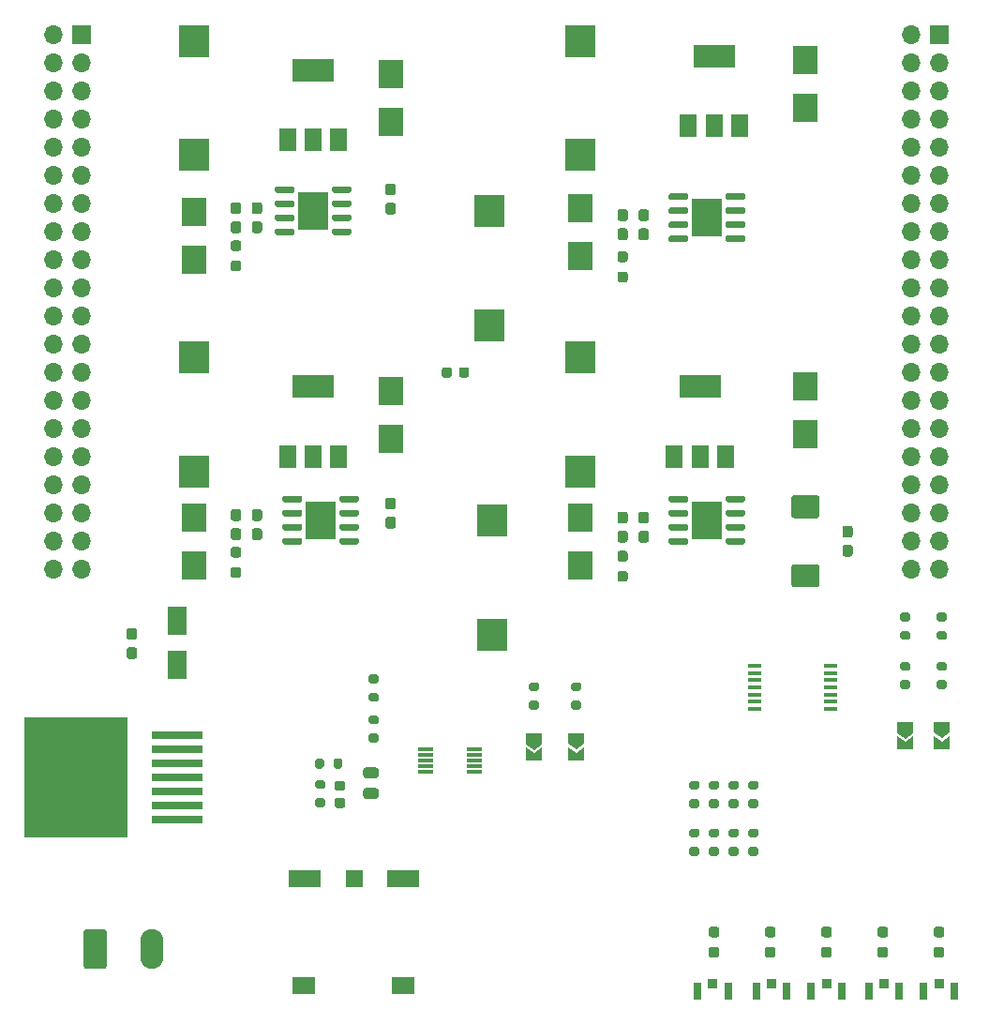
<source format=gts>
%TF.GenerationSoftware,KiCad,Pcbnew,5.1.9+dfsg1-1*%
%TF.CreationDate,2021-04-28T20:37:39+02:00*%
%TF.ProjectId,Power_Board-2021,506f7765-725f-4426-9f61-72642d323032,rev?*%
%TF.SameCoordinates,Original*%
%TF.FileFunction,Soldermask,Top*%
%TF.FilePolarity,Negative*%
%FSLAX46Y46*%
G04 Gerber Fmt 4.6, Leading zero omitted, Abs format (unit mm)*
G04 Created by KiCad (PCBNEW 5.1.9+dfsg1-1) date 2021-04-28 20:37:39*
%MOMM*%
%LPD*%
G01*
G04 APERTURE LIST*
%ADD10R,4.600000X0.800000*%
%ADD11R,9.400000X10.800000*%
%ADD12C,0.100000*%
%ADD13R,1.400000X0.300000*%
%ADD14R,1.200000X0.400000*%
%ADD15R,2.300000X2.500000*%
%ADD16R,1.800000X2.500000*%
%ADD17R,3.800000X2.000000*%
%ADD18R,1.500000X2.000000*%
%ADD19R,2.710000X3.400000*%
%ADD20R,2.800000X3.000000*%
%ADD21O,2.080000X3.600000*%
%ADD22R,0.750000X1.500000*%
%ADD23R,0.900000X0.900000*%
%ADD24R,1.700000X1.700000*%
%ADD25O,1.700000X1.700000*%
%ADD26R,3.000000X1.524000*%
%ADD27R,1.524000X1.524000*%
%ADD28R,2.000000X1.524000*%
G04 APERTURE END LIST*
%TO.C,R7*%
G36*
G01*
X200935000Y-139783000D02*
X200385000Y-139783000D01*
G75*
G02*
X200185000Y-139583000I0J200000D01*
G01*
X200185000Y-139183000D01*
G75*
G02*
X200385000Y-138983000I200000J0D01*
G01*
X200935000Y-138983000D01*
G75*
G02*
X201135000Y-139183000I0J-200000D01*
G01*
X201135000Y-139583000D01*
G75*
G02*
X200935000Y-139783000I-200000J0D01*
G01*
G37*
G36*
G01*
X200935000Y-141433000D02*
X200385000Y-141433000D01*
G75*
G02*
X200185000Y-141233000I0J200000D01*
G01*
X200185000Y-140833000D01*
G75*
G02*
X200385000Y-140633000I200000J0D01*
G01*
X200935000Y-140633000D01*
G75*
G02*
X201135000Y-140833000I0J-200000D01*
G01*
X201135000Y-141233000D01*
G75*
G02*
X200935000Y-141433000I-200000J0D01*
G01*
G37*
%TD*%
%TO.C,R15*%
G36*
G01*
X187939000Y-127425000D02*
X188489000Y-127425000D01*
G75*
G02*
X188689000Y-127625000I0J-200000D01*
G01*
X188689000Y-128025000D01*
G75*
G02*
X188489000Y-128225000I-200000J0D01*
G01*
X187939000Y-128225000D01*
G75*
G02*
X187739000Y-128025000I0J200000D01*
G01*
X187739000Y-127625000D01*
G75*
G02*
X187939000Y-127425000I200000J0D01*
G01*
G37*
G36*
G01*
X187939000Y-125775000D02*
X188489000Y-125775000D01*
G75*
G02*
X188689000Y-125975000I0J-200000D01*
G01*
X188689000Y-126375000D01*
G75*
G02*
X188489000Y-126575000I-200000J0D01*
G01*
X187939000Y-126575000D01*
G75*
G02*
X187739000Y-126375000I0J200000D01*
G01*
X187739000Y-125975000D01*
G75*
G02*
X187939000Y-125775000I200000J0D01*
G01*
G37*
%TD*%
%TO.C,C2001*%
G36*
G01*
X176980000Y-97540000D02*
X176980000Y-98040000D01*
G75*
G02*
X176755000Y-98265000I-225000J0D01*
G01*
X176305000Y-98265000D01*
G75*
G02*
X176080000Y-98040000I0J225000D01*
G01*
X176080000Y-97540000D01*
G75*
G02*
X176305000Y-97315000I225000J0D01*
G01*
X176755000Y-97315000D01*
G75*
G02*
X176980000Y-97540000I0J-225000D01*
G01*
G37*
G36*
G01*
X178530000Y-97540000D02*
X178530000Y-98040000D01*
G75*
G02*
X178305000Y-98265000I-225000J0D01*
G01*
X177855000Y-98265000D01*
G75*
G02*
X177630000Y-98040000I0J225000D01*
G01*
X177630000Y-97540000D01*
G75*
G02*
X177855000Y-97315000I225000J0D01*
G01*
X178305000Y-97315000D01*
G75*
G02*
X178530000Y-97540000I0J-225000D01*
G01*
G37*
%TD*%
D10*
%TO.C,U1*%
X152152000Y-138176000D03*
X152152000Y-136906000D03*
X152152000Y-135636000D03*
X152152000Y-134366000D03*
X152152000Y-133096000D03*
X152152000Y-131826000D03*
X152152000Y-130556000D03*
D11*
X143002000Y-134366000D03*
%TD*%
%TO.C,R14*%
G36*
G01*
X217657000Y-123934000D02*
X218207000Y-123934000D01*
G75*
G02*
X218407000Y-124134000I0J-200000D01*
G01*
X218407000Y-124534000D01*
G75*
G02*
X218207000Y-124734000I-200000J0D01*
G01*
X217657000Y-124734000D01*
G75*
G02*
X217457000Y-124534000I0J200000D01*
G01*
X217457000Y-124134000D01*
G75*
G02*
X217657000Y-123934000I200000J0D01*
G01*
G37*
G36*
G01*
X217657000Y-125584000D02*
X218207000Y-125584000D01*
G75*
G02*
X218407000Y-125784000I0J-200000D01*
G01*
X218407000Y-126184000D01*
G75*
G02*
X218207000Y-126384000I-200000J0D01*
G01*
X217657000Y-126384000D01*
G75*
G02*
X217457000Y-126184000I0J200000D01*
G01*
X217457000Y-125784000D01*
G75*
G02*
X217657000Y-125584000I200000J0D01*
G01*
G37*
%TD*%
%TO.C,R12*%
G36*
G01*
X169651000Y-128760000D02*
X170201000Y-128760000D01*
G75*
G02*
X170401000Y-128960000I0J-200000D01*
G01*
X170401000Y-129360000D01*
G75*
G02*
X170201000Y-129560000I-200000J0D01*
G01*
X169651000Y-129560000D01*
G75*
G02*
X169451000Y-129360000I0J200000D01*
G01*
X169451000Y-128960000D01*
G75*
G02*
X169651000Y-128760000I200000J0D01*
G01*
G37*
G36*
G01*
X169651000Y-130410000D02*
X170201000Y-130410000D01*
G75*
G02*
X170401000Y-130610000I0J-200000D01*
G01*
X170401000Y-131010000D01*
G75*
G02*
X170201000Y-131210000I-200000J0D01*
G01*
X169651000Y-131210000D01*
G75*
G02*
X169451000Y-131010000I0J200000D01*
G01*
X169451000Y-130610000D01*
G75*
G02*
X169651000Y-130410000I200000J0D01*
G01*
G37*
%TD*%
%TO.C,R3*%
G36*
G01*
X204491000Y-139783000D02*
X203941000Y-139783000D01*
G75*
G02*
X203741000Y-139583000I0J200000D01*
G01*
X203741000Y-139183000D01*
G75*
G02*
X203941000Y-138983000I200000J0D01*
G01*
X204491000Y-138983000D01*
G75*
G02*
X204691000Y-139183000I0J-200000D01*
G01*
X204691000Y-139583000D01*
G75*
G02*
X204491000Y-139783000I-200000J0D01*
G01*
G37*
G36*
G01*
X204491000Y-141433000D02*
X203941000Y-141433000D01*
G75*
G02*
X203741000Y-141233000I0J200000D01*
G01*
X203741000Y-140833000D01*
G75*
G02*
X203941000Y-140633000I200000J0D01*
G01*
X204491000Y-140633000D01*
G75*
G02*
X204691000Y-140833000I0J-200000D01*
G01*
X204691000Y-141233000D01*
G75*
G02*
X204491000Y-141433000I-200000J0D01*
G01*
G37*
%TD*%
D12*
%TO.C,JP3*%
G36*
X188214000Y-131847000D02*
G01*
X187464000Y-131347000D01*
X187464000Y-130347000D01*
X188964000Y-130347000D01*
X188964000Y-131347000D01*
X188214000Y-131847000D01*
G37*
G36*
X187464000Y-132797000D02*
G01*
X187464000Y-131647000D01*
X188214000Y-132147000D01*
X188964000Y-131647000D01*
X188964000Y-132797000D01*
X187464000Y-132797000D01*
G37*
%TD*%
%TO.C,JP1*%
G36*
X183654000Y-132834000D02*
G01*
X183654000Y-131684000D01*
X184404000Y-132184000D01*
X185154000Y-131684000D01*
X185154000Y-132834000D01*
X183654000Y-132834000D01*
G37*
G36*
X184404000Y-131884000D02*
G01*
X183654000Y-131384000D01*
X183654000Y-130384000D01*
X185154000Y-130384000D01*
X185154000Y-131384000D01*
X184404000Y-131884000D01*
G37*
%TD*%
%TO.C,JP2*%
G36*
X217932000Y-130868000D02*
G01*
X217182000Y-130368000D01*
X217182000Y-129368000D01*
X218682000Y-129368000D01*
X218682000Y-130368000D01*
X217932000Y-130868000D01*
G37*
G36*
X217182000Y-131818000D02*
G01*
X217182000Y-130668000D01*
X217932000Y-131168000D01*
X218682000Y-130668000D01*
X218682000Y-131818000D01*
X217182000Y-131818000D01*
G37*
%TD*%
%TO.C,R4*%
G36*
G01*
X204491000Y-135465000D02*
X203941000Y-135465000D01*
G75*
G02*
X203741000Y-135265000I0J200000D01*
G01*
X203741000Y-134865000D01*
G75*
G02*
X203941000Y-134665000I200000J0D01*
G01*
X204491000Y-134665000D01*
G75*
G02*
X204691000Y-134865000I0J-200000D01*
G01*
X204691000Y-135265000D01*
G75*
G02*
X204491000Y-135465000I-200000J0D01*
G01*
G37*
G36*
G01*
X204491000Y-137115000D02*
X203941000Y-137115000D01*
G75*
G02*
X203741000Y-136915000I0J200000D01*
G01*
X203741000Y-136515000D01*
G75*
G02*
X203941000Y-136315000I200000J0D01*
G01*
X204491000Y-136315000D01*
G75*
G02*
X204691000Y-136515000I0J-200000D01*
G01*
X204691000Y-136915000D01*
G75*
G02*
X204491000Y-137115000I-200000J0D01*
G01*
G37*
%TD*%
%TO.C,R2*%
G36*
G01*
X165437000Y-132821000D02*
X165437000Y-133371000D01*
G75*
G02*
X165237000Y-133571000I-200000J0D01*
G01*
X164837000Y-133571000D01*
G75*
G02*
X164637000Y-133371000I0J200000D01*
G01*
X164637000Y-132821000D01*
G75*
G02*
X164837000Y-132621000I200000J0D01*
G01*
X165237000Y-132621000D01*
G75*
G02*
X165437000Y-132821000I0J-200000D01*
G01*
G37*
G36*
G01*
X167087000Y-132821000D02*
X167087000Y-133371000D01*
G75*
G02*
X166887000Y-133571000I-200000J0D01*
G01*
X166487000Y-133571000D01*
G75*
G02*
X166287000Y-133371000I0J200000D01*
G01*
X166287000Y-132821000D01*
G75*
G02*
X166487000Y-132621000I200000J0D01*
G01*
X166887000Y-132621000D01*
G75*
G02*
X167087000Y-132821000I0J-200000D01*
G01*
G37*
%TD*%
%TO.C,R5*%
G36*
G01*
X202713000Y-139783000D02*
X202163000Y-139783000D01*
G75*
G02*
X201963000Y-139583000I0J200000D01*
G01*
X201963000Y-139183000D01*
G75*
G02*
X202163000Y-138983000I200000J0D01*
G01*
X202713000Y-138983000D01*
G75*
G02*
X202913000Y-139183000I0J-200000D01*
G01*
X202913000Y-139583000D01*
G75*
G02*
X202713000Y-139783000I-200000J0D01*
G01*
G37*
G36*
G01*
X202713000Y-141433000D02*
X202163000Y-141433000D01*
G75*
G02*
X201963000Y-141233000I0J200000D01*
G01*
X201963000Y-140833000D01*
G75*
G02*
X202163000Y-140633000I200000J0D01*
G01*
X202713000Y-140633000D01*
G75*
G02*
X202913000Y-140833000I0J-200000D01*
G01*
X202913000Y-141233000D01*
G75*
G02*
X202713000Y-141433000I-200000J0D01*
G01*
G37*
%TD*%
%TO.C,R1*%
G36*
G01*
X164825000Y-134602000D02*
X165375000Y-134602000D01*
G75*
G02*
X165575000Y-134802000I0J-200000D01*
G01*
X165575000Y-135202000D01*
G75*
G02*
X165375000Y-135402000I-200000J0D01*
G01*
X164825000Y-135402000D01*
G75*
G02*
X164625000Y-135202000I0J200000D01*
G01*
X164625000Y-134802000D01*
G75*
G02*
X164825000Y-134602000I200000J0D01*
G01*
G37*
G36*
G01*
X164825000Y-136252000D02*
X165375000Y-136252000D01*
G75*
G02*
X165575000Y-136452000I0J-200000D01*
G01*
X165575000Y-136852000D01*
G75*
G02*
X165375000Y-137052000I-200000J0D01*
G01*
X164825000Y-137052000D01*
G75*
G02*
X164625000Y-136852000I0J200000D01*
G01*
X164625000Y-136452000D01*
G75*
G02*
X164825000Y-136252000I200000J0D01*
G01*
G37*
%TD*%
D13*
%TO.C,U2*%
X174584000Y-131842000D03*
X174584000Y-132342000D03*
X174584000Y-132842000D03*
X174584000Y-133342000D03*
X174584000Y-133842000D03*
X178984000Y-133842000D03*
X178984000Y-133342000D03*
X178984000Y-132842000D03*
X178984000Y-132342000D03*
X178984000Y-131842000D03*
%TD*%
%TO.C,R13*%
G36*
G01*
X184129000Y-125775000D02*
X184679000Y-125775000D01*
G75*
G02*
X184879000Y-125975000I0J-200000D01*
G01*
X184879000Y-126375000D01*
G75*
G02*
X184679000Y-126575000I-200000J0D01*
G01*
X184129000Y-126575000D01*
G75*
G02*
X183929000Y-126375000I0J200000D01*
G01*
X183929000Y-125975000D01*
G75*
G02*
X184129000Y-125775000I200000J0D01*
G01*
G37*
G36*
G01*
X184129000Y-127425000D02*
X184679000Y-127425000D01*
G75*
G02*
X184879000Y-127625000I0J-200000D01*
G01*
X184879000Y-128025000D01*
G75*
G02*
X184679000Y-128225000I-200000J0D01*
G01*
X184129000Y-128225000D01*
G75*
G02*
X183929000Y-128025000I0J200000D01*
G01*
X183929000Y-127625000D01*
G75*
G02*
X184129000Y-127425000I200000J0D01*
G01*
G37*
%TD*%
%TO.C,R10*%
G36*
G01*
X199157000Y-137115000D02*
X198607000Y-137115000D01*
G75*
G02*
X198407000Y-136915000I0J200000D01*
G01*
X198407000Y-136515000D01*
G75*
G02*
X198607000Y-136315000I200000J0D01*
G01*
X199157000Y-136315000D01*
G75*
G02*
X199357000Y-136515000I0J-200000D01*
G01*
X199357000Y-136915000D01*
G75*
G02*
X199157000Y-137115000I-200000J0D01*
G01*
G37*
G36*
G01*
X199157000Y-135465000D02*
X198607000Y-135465000D01*
G75*
G02*
X198407000Y-135265000I0J200000D01*
G01*
X198407000Y-134865000D01*
G75*
G02*
X198607000Y-134665000I200000J0D01*
G01*
X199157000Y-134665000D01*
G75*
G02*
X199357000Y-134865000I0J-200000D01*
G01*
X199357000Y-135265000D01*
G75*
G02*
X199157000Y-135465000I-200000J0D01*
G01*
G37*
%TD*%
%TO.C,R8*%
G36*
G01*
X200935000Y-137115000D02*
X200385000Y-137115000D01*
G75*
G02*
X200185000Y-136915000I0J200000D01*
G01*
X200185000Y-136515000D01*
G75*
G02*
X200385000Y-136315000I200000J0D01*
G01*
X200935000Y-136315000D01*
G75*
G02*
X201135000Y-136515000I0J-200000D01*
G01*
X201135000Y-136915000D01*
G75*
G02*
X200935000Y-137115000I-200000J0D01*
G01*
G37*
G36*
G01*
X200935000Y-135465000D02*
X200385000Y-135465000D01*
G75*
G02*
X200185000Y-135265000I0J200000D01*
G01*
X200185000Y-134865000D01*
G75*
G02*
X200385000Y-134665000I200000J0D01*
G01*
X200935000Y-134665000D01*
G75*
G02*
X201135000Y-134865000I0J-200000D01*
G01*
X201135000Y-135265000D01*
G75*
G02*
X200935000Y-135465000I-200000J0D01*
G01*
G37*
%TD*%
D12*
%TO.C,e1*%
G36*
X220484000Y-131781000D02*
G01*
X220484000Y-130631000D01*
X221234000Y-131131000D01*
X221984000Y-130631000D01*
X221984000Y-131781000D01*
X220484000Y-131781000D01*
G37*
G36*
X221234000Y-130831000D02*
G01*
X220484000Y-130331000D01*
X220484000Y-129331000D01*
X221984000Y-129331000D01*
X221984000Y-130331000D01*
X221234000Y-130831000D01*
G37*
%TD*%
%TO.C,R6*%
G36*
G01*
X202713000Y-137115000D02*
X202163000Y-137115000D01*
G75*
G02*
X201963000Y-136915000I0J200000D01*
G01*
X201963000Y-136515000D01*
G75*
G02*
X202163000Y-136315000I200000J0D01*
G01*
X202713000Y-136315000D01*
G75*
G02*
X202913000Y-136515000I0J-200000D01*
G01*
X202913000Y-136915000D01*
G75*
G02*
X202713000Y-137115000I-200000J0D01*
G01*
G37*
G36*
G01*
X202713000Y-135465000D02*
X202163000Y-135465000D01*
G75*
G02*
X201963000Y-135265000I0J200000D01*
G01*
X201963000Y-134865000D01*
G75*
G02*
X202163000Y-134665000I200000J0D01*
G01*
X202713000Y-134665000D01*
G75*
G02*
X202913000Y-134865000I0J-200000D01*
G01*
X202913000Y-135265000D01*
G75*
G02*
X202713000Y-135465000I-200000J0D01*
G01*
G37*
%TD*%
D14*
%TO.C,U3*%
X204322000Y-124288000D03*
X204322000Y-124938000D03*
X204322000Y-125588000D03*
X204322000Y-126238000D03*
X204322000Y-126888000D03*
X204322000Y-127538000D03*
X204322000Y-128188000D03*
X211222000Y-128188000D03*
X211222000Y-127538000D03*
X211222000Y-126888000D03*
X211222000Y-126238000D03*
X211222000Y-125588000D03*
X211222000Y-124938000D03*
X211222000Y-124288000D03*
%TD*%
%TO.C,R16*%
G36*
G01*
X220959000Y-123934000D02*
X221509000Y-123934000D01*
G75*
G02*
X221709000Y-124134000I0J-200000D01*
G01*
X221709000Y-124534000D01*
G75*
G02*
X221509000Y-124734000I-200000J0D01*
G01*
X220959000Y-124734000D01*
G75*
G02*
X220759000Y-124534000I0J200000D01*
G01*
X220759000Y-124134000D01*
G75*
G02*
X220959000Y-123934000I200000J0D01*
G01*
G37*
G36*
G01*
X220959000Y-125584000D02*
X221509000Y-125584000D01*
G75*
G02*
X221709000Y-125784000I0J-200000D01*
G01*
X221709000Y-126184000D01*
G75*
G02*
X221509000Y-126384000I-200000J0D01*
G01*
X220959000Y-126384000D01*
G75*
G02*
X220759000Y-126184000I0J200000D01*
G01*
X220759000Y-125784000D01*
G75*
G02*
X220959000Y-125584000I200000J0D01*
G01*
G37*
%TD*%
%TO.C,C1*%
G36*
G01*
X167128000Y-137115000D02*
X166628000Y-137115000D01*
G75*
G02*
X166403000Y-136890000I0J225000D01*
G01*
X166403000Y-136440000D01*
G75*
G02*
X166628000Y-136215000I225000J0D01*
G01*
X167128000Y-136215000D01*
G75*
G02*
X167353000Y-136440000I0J-225000D01*
G01*
X167353000Y-136890000D01*
G75*
G02*
X167128000Y-137115000I-225000J0D01*
G01*
G37*
G36*
G01*
X167128000Y-135565000D02*
X166628000Y-135565000D01*
G75*
G02*
X166403000Y-135340000I0J225000D01*
G01*
X166403000Y-134890000D01*
G75*
G02*
X166628000Y-134665000I225000J0D01*
G01*
X167128000Y-134665000D01*
G75*
G02*
X167353000Y-134890000I0J-225000D01*
G01*
X167353000Y-135340000D01*
G75*
G02*
X167128000Y-135565000I-225000J0D01*
G01*
G37*
%TD*%
%TO.C,R11*%
G36*
G01*
X170201000Y-125876000D02*
X169651000Y-125876000D01*
G75*
G02*
X169451000Y-125676000I0J200000D01*
G01*
X169451000Y-125276000D01*
G75*
G02*
X169651000Y-125076000I200000J0D01*
G01*
X170201000Y-125076000D01*
G75*
G02*
X170401000Y-125276000I0J-200000D01*
G01*
X170401000Y-125676000D01*
G75*
G02*
X170201000Y-125876000I-200000J0D01*
G01*
G37*
G36*
G01*
X170201000Y-127526000D02*
X169651000Y-127526000D01*
G75*
G02*
X169451000Y-127326000I0J200000D01*
G01*
X169451000Y-126926000D01*
G75*
G02*
X169651000Y-126726000I200000J0D01*
G01*
X170201000Y-126726000D01*
G75*
G02*
X170401000Y-126926000I0J-200000D01*
G01*
X170401000Y-127326000D01*
G75*
G02*
X170201000Y-127526000I-200000J0D01*
G01*
G37*
%TD*%
%TO.C,R9*%
G36*
G01*
X199157000Y-139783000D02*
X198607000Y-139783000D01*
G75*
G02*
X198407000Y-139583000I0J200000D01*
G01*
X198407000Y-139183000D01*
G75*
G02*
X198607000Y-138983000I200000J0D01*
G01*
X199157000Y-138983000D01*
G75*
G02*
X199357000Y-139183000I0J-200000D01*
G01*
X199357000Y-139583000D01*
G75*
G02*
X199157000Y-139783000I-200000J0D01*
G01*
G37*
G36*
G01*
X199157000Y-141433000D02*
X198607000Y-141433000D01*
G75*
G02*
X198407000Y-141233000I0J200000D01*
G01*
X198407000Y-140833000D01*
G75*
G02*
X198607000Y-140633000I200000J0D01*
G01*
X199157000Y-140633000D01*
G75*
G02*
X199357000Y-140833000I0J-200000D01*
G01*
X199357000Y-141233000D01*
G75*
G02*
X199157000Y-141433000I-200000J0D01*
G01*
G37*
%TD*%
%TO.C,C2004*%
G36*
G01*
X159147500Y-111857500D02*
X159622500Y-111857500D01*
G75*
G02*
X159860000Y-112095000I0J-237500D01*
G01*
X159860000Y-112695000D01*
G75*
G02*
X159622500Y-112932500I-237500J0D01*
G01*
X159147500Y-112932500D01*
G75*
G02*
X158910000Y-112695000I0J237500D01*
G01*
X158910000Y-112095000D01*
G75*
G02*
X159147500Y-111857500I237500J0D01*
G01*
G37*
G36*
G01*
X159147500Y-110132500D02*
X159622500Y-110132500D01*
G75*
G02*
X159860000Y-110370000I0J-237500D01*
G01*
X159860000Y-110970000D01*
G75*
G02*
X159622500Y-111207500I-237500J0D01*
G01*
X159147500Y-111207500D01*
G75*
G02*
X158910000Y-110970000I0J237500D01*
G01*
X158910000Y-110370000D01*
G75*
G02*
X159147500Y-110132500I237500J0D01*
G01*
G37*
%TD*%
%TO.C,C2005*%
G36*
G01*
X157242500Y-111857500D02*
X157717500Y-111857500D01*
G75*
G02*
X157955000Y-112095000I0J-237500D01*
G01*
X157955000Y-112695000D01*
G75*
G02*
X157717500Y-112932500I-237500J0D01*
G01*
X157242500Y-112932500D01*
G75*
G02*
X157005000Y-112695000I0J237500D01*
G01*
X157005000Y-112095000D01*
G75*
G02*
X157242500Y-111857500I237500J0D01*
G01*
G37*
G36*
G01*
X157242500Y-110132500D02*
X157717500Y-110132500D01*
G75*
G02*
X157955000Y-110370000I0J-237500D01*
G01*
X157955000Y-110970000D01*
G75*
G02*
X157717500Y-111207500I-237500J0D01*
G01*
X157242500Y-111207500D01*
G75*
G02*
X157005000Y-110970000I0J237500D01*
G01*
X157005000Y-110370000D01*
G75*
G02*
X157242500Y-110132500I237500J0D01*
G01*
G37*
%TD*%
%TO.C,C2014*%
G36*
G01*
X159147500Y-84145000D02*
X159622500Y-84145000D01*
G75*
G02*
X159860000Y-84382500I0J-237500D01*
G01*
X159860000Y-84982500D01*
G75*
G02*
X159622500Y-85220000I-237500J0D01*
G01*
X159147500Y-85220000D01*
G75*
G02*
X158910000Y-84982500I0J237500D01*
G01*
X158910000Y-84382500D01*
G75*
G02*
X159147500Y-84145000I237500J0D01*
G01*
G37*
G36*
G01*
X159147500Y-82420000D02*
X159622500Y-82420000D01*
G75*
G02*
X159860000Y-82657500I0J-237500D01*
G01*
X159860000Y-83257500D01*
G75*
G02*
X159622500Y-83495000I-237500J0D01*
G01*
X159147500Y-83495000D01*
G75*
G02*
X158910000Y-83257500I0J237500D01*
G01*
X158910000Y-82657500D01*
G75*
G02*
X159147500Y-82420000I237500J0D01*
G01*
G37*
%TD*%
%TO.C,C2015*%
G36*
G01*
X157242500Y-82420000D02*
X157717500Y-82420000D01*
G75*
G02*
X157955000Y-82657500I0J-237500D01*
G01*
X157955000Y-83257500D01*
G75*
G02*
X157717500Y-83495000I-237500J0D01*
G01*
X157242500Y-83495000D01*
G75*
G02*
X157005000Y-83257500I0J237500D01*
G01*
X157005000Y-82657500D01*
G75*
G02*
X157242500Y-82420000I237500J0D01*
G01*
G37*
G36*
G01*
X157242500Y-84145000D02*
X157717500Y-84145000D01*
G75*
G02*
X157955000Y-84382500I0J-237500D01*
G01*
X157955000Y-84982500D01*
G75*
G02*
X157717500Y-85220000I-237500J0D01*
G01*
X157242500Y-85220000D01*
G75*
G02*
X157005000Y-84982500I0J237500D01*
G01*
X157005000Y-84382500D01*
G75*
G02*
X157242500Y-84145000I237500J0D01*
G01*
G37*
%TD*%
%TO.C,C2023*%
G36*
G01*
X207890000Y-108880000D02*
X209940000Y-108880000D01*
G75*
G02*
X210190000Y-109130000I0J-250000D01*
G01*
X210190000Y-110705000D01*
G75*
G02*
X209940000Y-110955000I-250000J0D01*
G01*
X207890000Y-110955000D01*
G75*
G02*
X207640000Y-110705000I0J250000D01*
G01*
X207640000Y-109130000D01*
G75*
G02*
X207890000Y-108880000I250000J0D01*
G01*
G37*
G36*
G01*
X207890000Y-115105000D02*
X209940000Y-115105000D01*
G75*
G02*
X210190000Y-115355000I0J-250000D01*
G01*
X210190000Y-116930000D01*
G75*
G02*
X209940000Y-117180000I-250000J0D01*
G01*
X207890000Y-117180000D01*
G75*
G02*
X207640000Y-116930000I0J250000D01*
G01*
X207640000Y-115355000D01*
G75*
G02*
X207890000Y-115105000I250000J0D01*
G01*
G37*
%TD*%
%TO.C,C2025*%
G36*
G01*
X194072500Y-112085000D02*
X194547500Y-112085000D01*
G75*
G02*
X194785000Y-112322500I0J-237500D01*
G01*
X194785000Y-112922500D01*
G75*
G02*
X194547500Y-113160000I-237500J0D01*
G01*
X194072500Y-113160000D01*
G75*
G02*
X193835000Y-112922500I0J237500D01*
G01*
X193835000Y-112322500D01*
G75*
G02*
X194072500Y-112085000I237500J0D01*
G01*
G37*
G36*
G01*
X194072500Y-110360000D02*
X194547500Y-110360000D01*
G75*
G02*
X194785000Y-110597500I0J-237500D01*
G01*
X194785000Y-111197500D01*
G75*
G02*
X194547500Y-111435000I-237500J0D01*
G01*
X194072500Y-111435000D01*
G75*
G02*
X193835000Y-111197500I0J237500D01*
G01*
X193835000Y-110597500D01*
G75*
G02*
X194072500Y-110360000I237500J0D01*
G01*
G37*
%TD*%
%TO.C,C2026*%
G36*
G01*
X192167500Y-110360000D02*
X192642500Y-110360000D01*
G75*
G02*
X192880000Y-110597500I0J-237500D01*
G01*
X192880000Y-111197500D01*
G75*
G02*
X192642500Y-111435000I-237500J0D01*
G01*
X192167500Y-111435000D01*
G75*
G02*
X191930000Y-111197500I0J237500D01*
G01*
X191930000Y-110597500D01*
G75*
G02*
X192167500Y-110360000I237500J0D01*
G01*
G37*
G36*
G01*
X192167500Y-112085000D02*
X192642500Y-112085000D01*
G75*
G02*
X192880000Y-112322500I0J-237500D01*
G01*
X192880000Y-112922500D01*
G75*
G02*
X192642500Y-113160000I-237500J0D01*
G01*
X192167500Y-113160000D01*
G75*
G02*
X191930000Y-112922500I0J237500D01*
G01*
X191930000Y-112322500D01*
G75*
G02*
X192167500Y-112085000I237500J0D01*
G01*
G37*
%TD*%
%TO.C,C2035*%
G36*
G01*
X194072500Y-84780000D02*
X194547500Y-84780000D01*
G75*
G02*
X194785000Y-85017500I0J-237500D01*
G01*
X194785000Y-85617500D01*
G75*
G02*
X194547500Y-85855000I-237500J0D01*
G01*
X194072500Y-85855000D01*
G75*
G02*
X193835000Y-85617500I0J237500D01*
G01*
X193835000Y-85017500D01*
G75*
G02*
X194072500Y-84780000I237500J0D01*
G01*
G37*
G36*
G01*
X194072500Y-83055000D02*
X194547500Y-83055000D01*
G75*
G02*
X194785000Y-83292500I0J-237500D01*
G01*
X194785000Y-83892500D01*
G75*
G02*
X194547500Y-84130000I-237500J0D01*
G01*
X194072500Y-84130000D01*
G75*
G02*
X193835000Y-83892500I0J237500D01*
G01*
X193835000Y-83292500D01*
G75*
G02*
X194072500Y-83055000I237500J0D01*
G01*
G37*
%TD*%
%TO.C,C2036*%
G36*
G01*
X192167500Y-84780000D02*
X192642500Y-84780000D01*
G75*
G02*
X192880000Y-85017500I0J-237500D01*
G01*
X192880000Y-85617500D01*
G75*
G02*
X192642500Y-85855000I-237500J0D01*
G01*
X192167500Y-85855000D01*
G75*
G02*
X191930000Y-85617500I0J237500D01*
G01*
X191930000Y-85017500D01*
G75*
G02*
X192167500Y-84780000I237500J0D01*
G01*
G37*
G36*
G01*
X192167500Y-83055000D02*
X192642500Y-83055000D01*
G75*
G02*
X192880000Y-83292500I0J-237500D01*
G01*
X192880000Y-83892500D01*
G75*
G02*
X192642500Y-84130000I-237500J0D01*
G01*
X192167500Y-84130000D01*
G75*
G02*
X191930000Y-83892500I0J237500D01*
G01*
X191930000Y-83292500D01*
G75*
G02*
X192167500Y-83055000I237500J0D01*
G01*
G37*
%TD*%
D15*
%TO.C,D2001*%
X171450000Y-99450000D03*
X171450000Y-103750000D03*
%TD*%
D16*
%TO.C,D2002*%
X152146000Y-124174000D03*
X152146000Y-120174000D03*
%TD*%
D15*
%TO.C,D2003*%
X153670000Y-110880000D03*
X153670000Y-115180000D03*
%TD*%
%TO.C,D2004*%
X171450000Y-75175000D03*
X171450000Y-70875000D03*
%TD*%
%TO.C,D2005*%
X153670000Y-83330000D03*
X153670000Y-87630000D03*
%TD*%
%TO.C,D2006*%
X208915000Y-99060000D03*
X208915000Y-103360000D03*
%TD*%
%TO.C,D2008*%
X188595000Y-115180000D03*
X188595000Y-110880000D03*
%TD*%
%TO.C,D2009*%
X208915000Y-69605000D03*
X208915000Y-73905000D03*
%TD*%
%TO.C,D2010*%
X188595000Y-82940000D03*
X188595000Y-87240000D03*
%TD*%
D17*
%TO.C,Q2001*%
X164465000Y-99085000D03*
D18*
X164465000Y-105385000D03*
X166765000Y-105385000D03*
X162165000Y-105385000D03*
%TD*%
D17*
%TO.C,Q2002*%
X164465000Y-70510000D03*
D18*
X164465000Y-76810000D03*
X166765000Y-76810000D03*
X162165000Y-76810000D03*
%TD*%
%TO.C,Q2003*%
X197090000Y-105385000D03*
X201690000Y-105385000D03*
X199390000Y-105385000D03*
D17*
X199390000Y-99085000D03*
%TD*%
D18*
%TO.C,Q2004*%
X198360000Y-75540000D03*
X202960000Y-75540000D03*
X200660000Y-75540000D03*
D17*
X200660000Y-69240000D03*
%TD*%
%TO.C,R2004*%
G36*
G01*
X157242500Y-113535000D02*
X157717500Y-113535000D01*
G75*
G02*
X157955000Y-113772500I0J-237500D01*
G01*
X157955000Y-114272500D01*
G75*
G02*
X157717500Y-114510000I-237500J0D01*
G01*
X157242500Y-114510000D01*
G75*
G02*
X157005000Y-114272500I0J237500D01*
G01*
X157005000Y-113772500D01*
G75*
G02*
X157242500Y-113535000I237500J0D01*
G01*
G37*
G36*
G01*
X157242500Y-115360000D02*
X157717500Y-115360000D01*
G75*
G02*
X157955000Y-115597500I0J-237500D01*
G01*
X157955000Y-116097500D01*
G75*
G02*
X157717500Y-116335000I-237500J0D01*
G01*
X157242500Y-116335000D01*
G75*
G02*
X157005000Y-116097500I0J237500D01*
G01*
X157005000Y-115597500D01*
G75*
G02*
X157242500Y-115360000I237500J0D01*
G01*
G37*
%TD*%
%TO.C,R2008*%
G36*
G01*
X157242500Y-87697500D02*
X157717500Y-87697500D01*
G75*
G02*
X157955000Y-87935000I0J-237500D01*
G01*
X157955000Y-88435000D01*
G75*
G02*
X157717500Y-88672500I-237500J0D01*
G01*
X157242500Y-88672500D01*
G75*
G02*
X157005000Y-88435000I0J237500D01*
G01*
X157005000Y-87935000D01*
G75*
G02*
X157242500Y-87697500I237500J0D01*
G01*
G37*
G36*
G01*
X157242500Y-85872500D02*
X157717500Y-85872500D01*
G75*
G02*
X157955000Y-86110000I0J-237500D01*
G01*
X157955000Y-86610000D01*
G75*
G02*
X157717500Y-86847500I-237500J0D01*
G01*
X157242500Y-86847500D01*
G75*
G02*
X157005000Y-86610000I0J237500D01*
G01*
X157005000Y-86110000D01*
G75*
G02*
X157242500Y-85872500I237500J0D01*
G01*
G37*
%TD*%
%TO.C,R2012*%
G36*
G01*
X192167500Y-113892500D02*
X192642500Y-113892500D01*
G75*
G02*
X192880000Y-114130000I0J-237500D01*
G01*
X192880000Y-114630000D01*
G75*
G02*
X192642500Y-114867500I-237500J0D01*
G01*
X192167500Y-114867500D01*
G75*
G02*
X191930000Y-114630000I0J237500D01*
G01*
X191930000Y-114130000D01*
G75*
G02*
X192167500Y-113892500I237500J0D01*
G01*
G37*
G36*
G01*
X192167500Y-115717500D02*
X192642500Y-115717500D01*
G75*
G02*
X192880000Y-115955000I0J-237500D01*
G01*
X192880000Y-116455000D01*
G75*
G02*
X192642500Y-116692500I-237500J0D01*
G01*
X192167500Y-116692500D01*
G75*
G02*
X191930000Y-116455000I0J237500D01*
G01*
X191930000Y-115955000D01*
G75*
G02*
X192167500Y-115717500I237500J0D01*
G01*
G37*
%TD*%
%TO.C,R2016*%
G36*
G01*
X192167500Y-86865000D02*
X192642500Y-86865000D01*
G75*
G02*
X192880000Y-87102500I0J-237500D01*
G01*
X192880000Y-87602500D01*
G75*
G02*
X192642500Y-87840000I-237500J0D01*
G01*
X192167500Y-87840000D01*
G75*
G02*
X191930000Y-87602500I0J237500D01*
G01*
X191930000Y-87102500D01*
G75*
G02*
X192167500Y-86865000I237500J0D01*
G01*
G37*
G36*
G01*
X192167500Y-88690000D02*
X192642500Y-88690000D01*
G75*
G02*
X192880000Y-88927500I0J-237500D01*
G01*
X192880000Y-89427500D01*
G75*
G02*
X192642500Y-89665000I-237500J0D01*
G01*
X192167500Y-89665000D01*
G75*
G02*
X191930000Y-89427500I0J237500D01*
G01*
X191930000Y-88927500D01*
G75*
G02*
X192167500Y-88690000I237500J0D01*
G01*
G37*
%TD*%
%TO.C,R2017*%
G36*
G01*
X200897500Y-150625000D02*
X200422500Y-150625000D01*
G75*
G02*
X200185000Y-150387500I0J237500D01*
G01*
X200185000Y-149887500D01*
G75*
G02*
X200422500Y-149650000I237500J0D01*
G01*
X200897500Y-149650000D01*
G75*
G02*
X201135000Y-149887500I0J-237500D01*
G01*
X201135000Y-150387500D01*
G75*
G02*
X200897500Y-150625000I-237500J0D01*
G01*
G37*
G36*
G01*
X200897500Y-148800000D02*
X200422500Y-148800000D01*
G75*
G02*
X200185000Y-148562500I0J237500D01*
G01*
X200185000Y-148062500D01*
G75*
G02*
X200422500Y-147825000I237500J0D01*
G01*
X200897500Y-147825000D01*
G75*
G02*
X201135000Y-148062500I0J-237500D01*
G01*
X201135000Y-148562500D01*
G75*
G02*
X200897500Y-148800000I-237500J0D01*
G01*
G37*
%TD*%
%TO.C,R2018*%
G36*
G01*
X205977500Y-150625000D02*
X205502500Y-150625000D01*
G75*
G02*
X205265000Y-150387500I0J237500D01*
G01*
X205265000Y-149887500D01*
G75*
G02*
X205502500Y-149650000I237500J0D01*
G01*
X205977500Y-149650000D01*
G75*
G02*
X206215000Y-149887500I0J-237500D01*
G01*
X206215000Y-150387500D01*
G75*
G02*
X205977500Y-150625000I-237500J0D01*
G01*
G37*
G36*
G01*
X205977500Y-148800000D02*
X205502500Y-148800000D01*
G75*
G02*
X205265000Y-148562500I0J237500D01*
G01*
X205265000Y-148062500D01*
G75*
G02*
X205502500Y-147825000I237500J0D01*
G01*
X205977500Y-147825000D01*
G75*
G02*
X206215000Y-148062500I0J-237500D01*
G01*
X206215000Y-148562500D01*
G75*
G02*
X205977500Y-148800000I-237500J0D01*
G01*
G37*
%TD*%
%TO.C,R2019*%
G36*
G01*
X211057500Y-148800000D02*
X210582500Y-148800000D01*
G75*
G02*
X210345000Y-148562500I0J237500D01*
G01*
X210345000Y-148062500D01*
G75*
G02*
X210582500Y-147825000I237500J0D01*
G01*
X211057500Y-147825000D01*
G75*
G02*
X211295000Y-148062500I0J-237500D01*
G01*
X211295000Y-148562500D01*
G75*
G02*
X211057500Y-148800000I-237500J0D01*
G01*
G37*
G36*
G01*
X211057500Y-150625000D02*
X210582500Y-150625000D01*
G75*
G02*
X210345000Y-150387500I0J237500D01*
G01*
X210345000Y-149887500D01*
G75*
G02*
X210582500Y-149650000I237500J0D01*
G01*
X211057500Y-149650000D01*
G75*
G02*
X211295000Y-149887500I0J-237500D01*
G01*
X211295000Y-150387500D01*
G75*
G02*
X211057500Y-150625000I-237500J0D01*
G01*
G37*
%TD*%
%TO.C,R2020*%
G36*
G01*
X216137500Y-148800000D02*
X215662500Y-148800000D01*
G75*
G02*
X215425000Y-148562500I0J237500D01*
G01*
X215425000Y-148062500D01*
G75*
G02*
X215662500Y-147825000I237500J0D01*
G01*
X216137500Y-147825000D01*
G75*
G02*
X216375000Y-148062500I0J-237500D01*
G01*
X216375000Y-148562500D01*
G75*
G02*
X216137500Y-148800000I-237500J0D01*
G01*
G37*
G36*
G01*
X216137500Y-150625000D02*
X215662500Y-150625000D01*
G75*
G02*
X215425000Y-150387500I0J237500D01*
G01*
X215425000Y-149887500D01*
G75*
G02*
X215662500Y-149650000I237500J0D01*
G01*
X216137500Y-149650000D01*
G75*
G02*
X216375000Y-149887500I0J-237500D01*
G01*
X216375000Y-150387500D01*
G75*
G02*
X216137500Y-150625000I-237500J0D01*
G01*
G37*
%TD*%
%TO.C,R2021*%
G36*
G01*
X221217500Y-150625000D02*
X220742500Y-150625000D01*
G75*
G02*
X220505000Y-150387500I0J237500D01*
G01*
X220505000Y-149887500D01*
G75*
G02*
X220742500Y-149650000I237500J0D01*
G01*
X221217500Y-149650000D01*
G75*
G02*
X221455000Y-149887500I0J-237500D01*
G01*
X221455000Y-150387500D01*
G75*
G02*
X221217500Y-150625000I-237500J0D01*
G01*
G37*
G36*
G01*
X221217500Y-148800000D02*
X220742500Y-148800000D01*
G75*
G02*
X220505000Y-148562500I0J237500D01*
G01*
X220505000Y-148062500D01*
G75*
G02*
X220742500Y-147825000I237500J0D01*
G01*
X221217500Y-147825000D01*
G75*
G02*
X221455000Y-148062500I0J-237500D01*
G01*
X221455000Y-148562500D01*
G75*
G02*
X221217500Y-148800000I-237500J0D01*
G01*
G37*
%TD*%
D19*
%TO.C,U2001*%
X165145000Y-111125000D03*
G36*
G01*
X166820000Y-109370000D02*
X166820000Y-109070000D01*
G75*
G02*
X166970000Y-108920000I150000J0D01*
G01*
X168445000Y-108920000D01*
G75*
G02*
X168595000Y-109070000I0J-150000D01*
G01*
X168595000Y-109370000D01*
G75*
G02*
X168445000Y-109520000I-150000J0D01*
G01*
X166970000Y-109520000D01*
G75*
G02*
X166820000Y-109370000I0J150000D01*
G01*
G37*
G36*
G01*
X166820000Y-110640000D02*
X166820000Y-110340000D01*
G75*
G02*
X166970000Y-110190000I150000J0D01*
G01*
X168445000Y-110190000D01*
G75*
G02*
X168595000Y-110340000I0J-150000D01*
G01*
X168595000Y-110640000D01*
G75*
G02*
X168445000Y-110790000I-150000J0D01*
G01*
X166970000Y-110790000D01*
G75*
G02*
X166820000Y-110640000I0J150000D01*
G01*
G37*
G36*
G01*
X166820000Y-111910000D02*
X166820000Y-111610000D01*
G75*
G02*
X166970000Y-111460000I150000J0D01*
G01*
X168445000Y-111460000D01*
G75*
G02*
X168595000Y-111610000I0J-150000D01*
G01*
X168595000Y-111910000D01*
G75*
G02*
X168445000Y-112060000I-150000J0D01*
G01*
X166970000Y-112060000D01*
G75*
G02*
X166820000Y-111910000I0J150000D01*
G01*
G37*
G36*
G01*
X166820000Y-113180000D02*
X166820000Y-112880000D01*
G75*
G02*
X166970000Y-112730000I150000J0D01*
G01*
X168445000Y-112730000D01*
G75*
G02*
X168595000Y-112880000I0J-150000D01*
G01*
X168595000Y-113180000D01*
G75*
G02*
X168445000Y-113330000I-150000J0D01*
G01*
X166970000Y-113330000D01*
G75*
G02*
X166820000Y-113180000I0J150000D01*
G01*
G37*
G36*
G01*
X161695000Y-113180000D02*
X161695000Y-112880000D01*
G75*
G02*
X161845000Y-112730000I150000J0D01*
G01*
X163320000Y-112730000D01*
G75*
G02*
X163470000Y-112880000I0J-150000D01*
G01*
X163470000Y-113180000D01*
G75*
G02*
X163320000Y-113330000I-150000J0D01*
G01*
X161845000Y-113330000D01*
G75*
G02*
X161695000Y-113180000I0J150000D01*
G01*
G37*
G36*
G01*
X161695000Y-111910000D02*
X161695000Y-111610000D01*
G75*
G02*
X161845000Y-111460000I150000J0D01*
G01*
X163320000Y-111460000D01*
G75*
G02*
X163470000Y-111610000I0J-150000D01*
G01*
X163470000Y-111910000D01*
G75*
G02*
X163320000Y-112060000I-150000J0D01*
G01*
X161845000Y-112060000D01*
G75*
G02*
X161695000Y-111910000I0J150000D01*
G01*
G37*
G36*
G01*
X161695000Y-110640000D02*
X161695000Y-110340000D01*
G75*
G02*
X161845000Y-110190000I150000J0D01*
G01*
X163320000Y-110190000D01*
G75*
G02*
X163470000Y-110340000I0J-150000D01*
G01*
X163470000Y-110640000D01*
G75*
G02*
X163320000Y-110790000I-150000J0D01*
G01*
X161845000Y-110790000D01*
G75*
G02*
X161695000Y-110640000I0J150000D01*
G01*
G37*
G36*
G01*
X161695000Y-109370000D02*
X161695000Y-109070000D01*
G75*
G02*
X161845000Y-108920000I150000J0D01*
G01*
X163320000Y-108920000D01*
G75*
G02*
X163470000Y-109070000I0J-150000D01*
G01*
X163470000Y-109370000D01*
G75*
G02*
X163320000Y-109520000I-150000J0D01*
G01*
X161845000Y-109520000D01*
G75*
G02*
X161695000Y-109370000I0J150000D01*
G01*
G37*
%TD*%
%TO.C,U2002*%
G36*
G01*
X161015000Y-81430000D02*
X161015000Y-81130000D01*
G75*
G02*
X161165000Y-80980000I150000J0D01*
G01*
X162640000Y-80980000D01*
G75*
G02*
X162790000Y-81130000I0J-150000D01*
G01*
X162790000Y-81430000D01*
G75*
G02*
X162640000Y-81580000I-150000J0D01*
G01*
X161165000Y-81580000D01*
G75*
G02*
X161015000Y-81430000I0J150000D01*
G01*
G37*
G36*
G01*
X161015000Y-82700000D02*
X161015000Y-82400000D01*
G75*
G02*
X161165000Y-82250000I150000J0D01*
G01*
X162640000Y-82250000D01*
G75*
G02*
X162790000Y-82400000I0J-150000D01*
G01*
X162790000Y-82700000D01*
G75*
G02*
X162640000Y-82850000I-150000J0D01*
G01*
X161165000Y-82850000D01*
G75*
G02*
X161015000Y-82700000I0J150000D01*
G01*
G37*
G36*
G01*
X161015000Y-83970000D02*
X161015000Y-83670000D01*
G75*
G02*
X161165000Y-83520000I150000J0D01*
G01*
X162640000Y-83520000D01*
G75*
G02*
X162790000Y-83670000I0J-150000D01*
G01*
X162790000Y-83970000D01*
G75*
G02*
X162640000Y-84120000I-150000J0D01*
G01*
X161165000Y-84120000D01*
G75*
G02*
X161015000Y-83970000I0J150000D01*
G01*
G37*
G36*
G01*
X161015000Y-85240000D02*
X161015000Y-84940000D01*
G75*
G02*
X161165000Y-84790000I150000J0D01*
G01*
X162640000Y-84790000D01*
G75*
G02*
X162790000Y-84940000I0J-150000D01*
G01*
X162790000Y-85240000D01*
G75*
G02*
X162640000Y-85390000I-150000J0D01*
G01*
X161165000Y-85390000D01*
G75*
G02*
X161015000Y-85240000I0J150000D01*
G01*
G37*
G36*
G01*
X166140000Y-85240000D02*
X166140000Y-84940000D01*
G75*
G02*
X166290000Y-84790000I150000J0D01*
G01*
X167765000Y-84790000D01*
G75*
G02*
X167915000Y-84940000I0J-150000D01*
G01*
X167915000Y-85240000D01*
G75*
G02*
X167765000Y-85390000I-150000J0D01*
G01*
X166290000Y-85390000D01*
G75*
G02*
X166140000Y-85240000I0J150000D01*
G01*
G37*
G36*
G01*
X166140000Y-83970000D02*
X166140000Y-83670000D01*
G75*
G02*
X166290000Y-83520000I150000J0D01*
G01*
X167765000Y-83520000D01*
G75*
G02*
X167915000Y-83670000I0J-150000D01*
G01*
X167915000Y-83970000D01*
G75*
G02*
X167765000Y-84120000I-150000J0D01*
G01*
X166290000Y-84120000D01*
G75*
G02*
X166140000Y-83970000I0J150000D01*
G01*
G37*
G36*
G01*
X166140000Y-82700000D02*
X166140000Y-82400000D01*
G75*
G02*
X166290000Y-82250000I150000J0D01*
G01*
X167765000Y-82250000D01*
G75*
G02*
X167915000Y-82400000I0J-150000D01*
G01*
X167915000Y-82700000D01*
G75*
G02*
X167765000Y-82850000I-150000J0D01*
G01*
X166290000Y-82850000D01*
G75*
G02*
X166140000Y-82700000I0J150000D01*
G01*
G37*
G36*
G01*
X166140000Y-81430000D02*
X166140000Y-81130000D01*
G75*
G02*
X166290000Y-80980000I150000J0D01*
G01*
X167765000Y-80980000D01*
G75*
G02*
X167915000Y-81130000I0J-150000D01*
G01*
X167915000Y-81430000D01*
G75*
G02*
X167765000Y-81580000I-150000J0D01*
G01*
X166290000Y-81580000D01*
G75*
G02*
X166140000Y-81430000I0J150000D01*
G01*
G37*
X164465000Y-83185000D03*
%TD*%
%TO.C,U2003*%
X200025000Y-111125000D03*
G36*
G01*
X201700000Y-109370000D02*
X201700000Y-109070000D01*
G75*
G02*
X201850000Y-108920000I150000J0D01*
G01*
X203325000Y-108920000D01*
G75*
G02*
X203475000Y-109070000I0J-150000D01*
G01*
X203475000Y-109370000D01*
G75*
G02*
X203325000Y-109520000I-150000J0D01*
G01*
X201850000Y-109520000D01*
G75*
G02*
X201700000Y-109370000I0J150000D01*
G01*
G37*
G36*
G01*
X201700000Y-110640000D02*
X201700000Y-110340000D01*
G75*
G02*
X201850000Y-110190000I150000J0D01*
G01*
X203325000Y-110190000D01*
G75*
G02*
X203475000Y-110340000I0J-150000D01*
G01*
X203475000Y-110640000D01*
G75*
G02*
X203325000Y-110790000I-150000J0D01*
G01*
X201850000Y-110790000D01*
G75*
G02*
X201700000Y-110640000I0J150000D01*
G01*
G37*
G36*
G01*
X201700000Y-111910000D02*
X201700000Y-111610000D01*
G75*
G02*
X201850000Y-111460000I150000J0D01*
G01*
X203325000Y-111460000D01*
G75*
G02*
X203475000Y-111610000I0J-150000D01*
G01*
X203475000Y-111910000D01*
G75*
G02*
X203325000Y-112060000I-150000J0D01*
G01*
X201850000Y-112060000D01*
G75*
G02*
X201700000Y-111910000I0J150000D01*
G01*
G37*
G36*
G01*
X201700000Y-113180000D02*
X201700000Y-112880000D01*
G75*
G02*
X201850000Y-112730000I150000J0D01*
G01*
X203325000Y-112730000D01*
G75*
G02*
X203475000Y-112880000I0J-150000D01*
G01*
X203475000Y-113180000D01*
G75*
G02*
X203325000Y-113330000I-150000J0D01*
G01*
X201850000Y-113330000D01*
G75*
G02*
X201700000Y-113180000I0J150000D01*
G01*
G37*
G36*
G01*
X196575000Y-113180000D02*
X196575000Y-112880000D01*
G75*
G02*
X196725000Y-112730000I150000J0D01*
G01*
X198200000Y-112730000D01*
G75*
G02*
X198350000Y-112880000I0J-150000D01*
G01*
X198350000Y-113180000D01*
G75*
G02*
X198200000Y-113330000I-150000J0D01*
G01*
X196725000Y-113330000D01*
G75*
G02*
X196575000Y-113180000I0J150000D01*
G01*
G37*
G36*
G01*
X196575000Y-111910000D02*
X196575000Y-111610000D01*
G75*
G02*
X196725000Y-111460000I150000J0D01*
G01*
X198200000Y-111460000D01*
G75*
G02*
X198350000Y-111610000I0J-150000D01*
G01*
X198350000Y-111910000D01*
G75*
G02*
X198200000Y-112060000I-150000J0D01*
G01*
X196725000Y-112060000D01*
G75*
G02*
X196575000Y-111910000I0J150000D01*
G01*
G37*
G36*
G01*
X196575000Y-110640000D02*
X196575000Y-110340000D01*
G75*
G02*
X196725000Y-110190000I150000J0D01*
G01*
X198200000Y-110190000D01*
G75*
G02*
X198350000Y-110340000I0J-150000D01*
G01*
X198350000Y-110640000D01*
G75*
G02*
X198200000Y-110790000I-150000J0D01*
G01*
X196725000Y-110790000D01*
G75*
G02*
X196575000Y-110640000I0J150000D01*
G01*
G37*
G36*
G01*
X196575000Y-109370000D02*
X196575000Y-109070000D01*
G75*
G02*
X196725000Y-108920000I150000J0D01*
G01*
X198200000Y-108920000D01*
G75*
G02*
X198350000Y-109070000I0J-150000D01*
G01*
X198350000Y-109370000D01*
G75*
G02*
X198200000Y-109520000I-150000J0D01*
G01*
X196725000Y-109520000D01*
G75*
G02*
X196575000Y-109370000I0J150000D01*
G01*
G37*
%TD*%
%TO.C,U2004*%
G36*
G01*
X196575000Y-82065000D02*
X196575000Y-81765000D01*
G75*
G02*
X196725000Y-81615000I150000J0D01*
G01*
X198200000Y-81615000D01*
G75*
G02*
X198350000Y-81765000I0J-150000D01*
G01*
X198350000Y-82065000D01*
G75*
G02*
X198200000Y-82215000I-150000J0D01*
G01*
X196725000Y-82215000D01*
G75*
G02*
X196575000Y-82065000I0J150000D01*
G01*
G37*
G36*
G01*
X196575000Y-83335000D02*
X196575000Y-83035000D01*
G75*
G02*
X196725000Y-82885000I150000J0D01*
G01*
X198200000Y-82885000D01*
G75*
G02*
X198350000Y-83035000I0J-150000D01*
G01*
X198350000Y-83335000D01*
G75*
G02*
X198200000Y-83485000I-150000J0D01*
G01*
X196725000Y-83485000D01*
G75*
G02*
X196575000Y-83335000I0J150000D01*
G01*
G37*
G36*
G01*
X196575000Y-84605000D02*
X196575000Y-84305000D01*
G75*
G02*
X196725000Y-84155000I150000J0D01*
G01*
X198200000Y-84155000D01*
G75*
G02*
X198350000Y-84305000I0J-150000D01*
G01*
X198350000Y-84605000D01*
G75*
G02*
X198200000Y-84755000I-150000J0D01*
G01*
X196725000Y-84755000D01*
G75*
G02*
X196575000Y-84605000I0J150000D01*
G01*
G37*
G36*
G01*
X196575000Y-85875000D02*
X196575000Y-85575000D01*
G75*
G02*
X196725000Y-85425000I150000J0D01*
G01*
X198200000Y-85425000D01*
G75*
G02*
X198350000Y-85575000I0J-150000D01*
G01*
X198350000Y-85875000D01*
G75*
G02*
X198200000Y-86025000I-150000J0D01*
G01*
X196725000Y-86025000D01*
G75*
G02*
X196575000Y-85875000I0J150000D01*
G01*
G37*
G36*
G01*
X201700000Y-85875000D02*
X201700000Y-85575000D01*
G75*
G02*
X201850000Y-85425000I150000J0D01*
G01*
X203325000Y-85425000D01*
G75*
G02*
X203475000Y-85575000I0J-150000D01*
G01*
X203475000Y-85875000D01*
G75*
G02*
X203325000Y-86025000I-150000J0D01*
G01*
X201850000Y-86025000D01*
G75*
G02*
X201700000Y-85875000I0J150000D01*
G01*
G37*
G36*
G01*
X201700000Y-84605000D02*
X201700000Y-84305000D01*
G75*
G02*
X201850000Y-84155000I150000J0D01*
G01*
X203325000Y-84155000D01*
G75*
G02*
X203475000Y-84305000I0J-150000D01*
G01*
X203475000Y-84605000D01*
G75*
G02*
X203325000Y-84755000I-150000J0D01*
G01*
X201850000Y-84755000D01*
G75*
G02*
X201700000Y-84605000I0J150000D01*
G01*
G37*
G36*
G01*
X201700000Y-83335000D02*
X201700000Y-83035000D01*
G75*
G02*
X201850000Y-82885000I150000J0D01*
G01*
X203325000Y-82885000D01*
G75*
G02*
X203475000Y-83035000I0J-150000D01*
G01*
X203475000Y-83335000D01*
G75*
G02*
X203325000Y-83485000I-150000J0D01*
G01*
X201850000Y-83485000D01*
G75*
G02*
X201700000Y-83335000I0J150000D01*
G01*
G37*
G36*
G01*
X201700000Y-82065000D02*
X201700000Y-81765000D01*
G75*
G02*
X201850000Y-81615000I150000J0D01*
G01*
X203325000Y-81615000D01*
G75*
G02*
X203475000Y-81765000I0J-150000D01*
G01*
X203475000Y-82065000D01*
G75*
G02*
X203325000Y-82215000I-150000J0D01*
G01*
X201850000Y-82215000D01*
G75*
G02*
X201700000Y-82065000I0J150000D01*
G01*
G37*
X200025000Y-83820000D03*
%TD*%
D20*
%TO.C,L2001*%
X180594000Y-121482000D03*
X180594000Y-111182000D03*
%TD*%
%TO.C,L2002*%
X153670000Y-96450000D03*
X153670000Y-106750000D03*
%TD*%
%TO.C,L2003*%
X153670000Y-67875000D03*
X153670000Y-78175000D03*
%TD*%
%TO.C,L2004*%
X180340000Y-93542000D03*
X180340000Y-83242000D03*
%TD*%
%TO.C,L2005*%
X188595000Y-106750000D03*
X188595000Y-96450000D03*
%TD*%
%TO.C,L2006*%
X188595000Y-67875000D03*
X188595000Y-78175000D03*
%TD*%
%TO.C,J1*%
G36*
G01*
X143740000Y-151410001D02*
X143740000Y-148309999D01*
G75*
G02*
X143989999Y-148060000I249999J0D01*
G01*
X145570001Y-148060000D01*
G75*
G02*
X145820000Y-148309999I0J-249999D01*
G01*
X145820000Y-151410001D01*
G75*
G02*
X145570001Y-151660000I-249999J0D01*
G01*
X143989999Y-151660000D01*
G75*
G02*
X143740000Y-151410001I0J249999D01*
G01*
G37*
D21*
X149860000Y-149860000D03*
%TD*%
D22*
%TO.C,D2011*%
X199180000Y-153670000D03*
X201930000Y-153670000D03*
D23*
X200555000Y-153020000D03*
%TD*%
D22*
%TO.C,D2012*%
X204470000Y-153670000D03*
X207220000Y-153670000D03*
D23*
X205845000Y-153020000D03*
%TD*%
%TO.C,D2013*%
X210820000Y-153020000D03*
D22*
X212195000Y-153670000D03*
X209445000Y-153670000D03*
%TD*%
D23*
%TO.C,D2014*%
X216005000Y-153020000D03*
D22*
X217380000Y-153670000D03*
X214630000Y-153670000D03*
%TD*%
%TO.C,D2015*%
X219605000Y-153670000D03*
X222355000Y-153670000D03*
D23*
X220980000Y-153020000D03*
%TD*%
%TO.C,C2003*%
G36*
G01*
X171212500Y-110815000D02*
X171687500Y-110815000D01*
G75*
G02*
X171925000Y-111052500I0J-237500D01*
G01*
X171925000Y-111652500D01*
G75*
G02*
X171687500Y-111890000I-237500J0D01*
G01*
X171212500Y-111890000D01*
G75*
G02*
X170975000Y-111652500I0J237500D01*
G01*
X170975000Y-111052500D01*
G75*
G02*
X171212500Y-110815000I237500J0D01*
G01*
G37*
G36*
G01*
X171212500Y-109090000D02*
X171687500Y-109090000D01*
G75*
G02*
X171925000Y-109327500I0J-237500D01*
G01*
X171925000Y-109927500D01*
G75*
G02*
X171687500Y-110165000I-237500J0D01*
G01*
X171212500Y-110165000D01*
G75*
G02*
X170975000Y-109927500I0J237500D01*
G01*
X170975000Y-109327500D01*
G75*
G02*
X171212500Y-109090000I237500J0D01*
G01*
G37*
%TD*%
%TO.C,C2013*%
G36*
G01*
X171212500Y-80742500D02*
X171687500Y-80742500D01*
G75*
G02*
X171925000Y-80980000I0J-237500D01*
G01*
X171925000Y-81580000D01*
G75*
G02*
X171687500Y-81817500I-237500J0D01*
G01*
X171212500Y-81817500D01*
G75*
G02*
X170975000Y-81580000I0J237500D01*
G01*
X170975000Y-80980000D01*
G75*
G02*
X171212500Y-80742500I237500J0D01*
G01*
G37*
G36*
G01*
X171212500Y-82467500D02*
X171687500Y-82467500D01*
G75*
G02*
X171925000Y-82705000I0J-237500D01*
G01*
X171925000Y-83305000D01*
G75*
G02*
X171687500Y-83542500I-237500J0D01*
G01*
X171212500Y-83542500D01*
G75*
G02*
X170975000Y-83305000I0J237500D01*
G01*
X170975000Y-82705000D01*
G75*
G02*
X171212500Y-82467500I237500J0D01*
G01*
G37*
%TD*%
%TO.C,C2022*%
G36*
G01*
X148319500Y-121949500D02*
X147844500Y-121949500D01*
G75*
G02*
X147607000Y-121712000I0J237500D01*
G01*
X147607000Y-121112000D01*
G75*
G02*
X147844500Y-120874500I237500J0D01*
G01*
X148319500Y-120874500D01*
G75*
G02*
X148557000Y-121112000I0J-237500D01*
G01*
X148557000Y-121712000D01*
G75*
G02*
X148319500Y-121949500I-237500J0D01*
G01*
G37*
G36*
G01*
X148319500Y-123674500D02*
X147844500Y-123674500D01*
G75*
G02*
X147607000Y-123437000I0J237500D01*
G01*
X147607000Y-122837000D01*
G75*
G02*
X147844500Y-122599500I237500J0D01*
G01*
X148319500Y-122599500D01*
G75*
G02*
X148557000Y-122837000I0J-237500D01*
G01*
X148557000Y-123437000D01*
G75*
G02*
X148319500Y-123674500I-237500J0D01*
G01*
G37*
%TD*%
%TO.C,C2024*%
G36*
G01*
X212487500Y-111630000D02*
X212962500Y-111630000D01*
G75*
G02*
X213200000Y-111867500I0J-237500D01*
G01*
X213200000Y-112467500D01*
G75*
G02*
X212962500Y-112705000I-237500J0D01*
G01*
X212487500Y-112705000D01*
G75*
G02*
X212250000Y-112467500I0J237500D01*
G01*
X212250000Y-111867500D01*
G75*
G02*
X212487500Y-111630000I237500J0D01*
G01*
G37*
G36*
G01*
X212487500Y-113355000D02*
X212962500Y-113355000D01*
G75*
G02*
X213200000Y-113592500I0J-237500D01*
G01*
X213200000Y-114192500D01*
G75*
G02*
X212962500Y-114430000I-237500J0D01*
G01*
X212487500Y-114430000D01*
G75*
G02*
X212250000Y-114192500I0J237500D01*
G01*
X212250000Y-113592500D01*
G75*
G02*
X212487500Y-113355000I237500J0D01*
G01*
G37*
%TD*%
D24*
%TO.C,J1001*%
X220980000Y-67310000D03*
D25*
X218440000Y-67310000D03*
X220980000Y-69850000D03*
X218440000Y-69850000D03*
X220980000Y-72390000D03*
X218440000Y-72390000D03*
X220980000Y-74930000D03*
X218440000Y-74930000D03*
X220980000Y-77470000D03*
X218440000Y-77470000D03*
X220980000Y-80010000D03*
X218440000Y-80010000D03*
X220980000Y-82550000D03*
X218440000Y-82550000D03*
X220980000Y-85090000D03*
X218440000Y-85090000D03*
X220980000Y-87630000D03*
X218440000Y-87630000D03*
X220980000Y-90170000D03*
X218440000Y-90170000D03*
X220980000Y-92710000D03*
X218440000Y-92710000D03*
X220980000Y-95250000D03*
X218440000Y-95250000D03*
X220980000Y-97790000D03*
X218440000Y-97790000D03*
X220980000Y-100330000D03*
X218440000Y-100330000D03*
X220980000Y-102870000D03*
X218440000Y-102870000D03*
X220980000Y-105410000D03*
X218440000Y-105410000D03*
X220980000Y-107950000D03*
X218440000Y-107950000D03*
X220980000Y-110490000D03*
X218440000Y-110490000D03*
X220980000Y-113030000D03*
X218440000Y-113030000D03*
X220980000Y-115570000D03*
X218440000Y-115570000D03*
%TD*%
%TO.C,J1002*%
X140970000Y-115570000D03*
X143510000Y-115570000D03*
X140970000Y-113030000D03*
X143510000Y-113030000D03*
X140970000Y-110490000D03*
X143510000Y-110490000D03*
X140970000Y-107950000D03*
X143510000Y-107950000D03*
X140970000Y-105410000D03*
X143510000Y-105410000D03*
X140970000Y-102870000D03*
X143510000Y-102870000D03*
X140970000Y-100330000D03*
X143510000Y-100330000D03*
X140970000Y-97790000D03*
X143510000Y-97790000D03*
X140970000Y-95250000D03*
X143510000Y-95250000D03*
X140970000Y-92710000D03*
X143510000Y-92710000D03*
X140970000Y-90170000D03*
X143510000Y-90170000D03*
X140970000Y-87630000D03*
X143510000Y-87630000D03*
X140970000Y-85090000D03*
X143510000Y-85090000D03*
X140970000Y-82550000D03*
X143510000Y-82550000D03*
X140970000Y-80010000D03*
X143510000Y-80010000D03*
X140970000Y-77470000D03*
X143510000Y-77470000D03*
X140970000Y-74930000D03*
X143510000Y-74930000D03*
X140970000Y-72390000D03*
X143510000Y-72390000D03*
X140970000Y-69850000D03*
X143510000Y-69850000D03*
X140970000Y-67310000D03*
D24*
X143510000Y-67310000D03*
%TD*%
%TO.C,R17*%
G36*
G01*
X221509000Y-120288000D02*
X220959000Y-120288000D01*
G75*
G02*
X220759000Y-120088000I0J200000D01*
G01*
X220759000Y-119688000D01*
G75*
G02*
X220959000Y-119488000I200000J0D01*
G01*
X221509000Y-119488000D01*
G75*
G02*
X221709000Y-119688000I0J-200000D01*
G01*
X221709000Y-120088000D01*
G75*
G02*
X221509000Y-120288000I-200000J0D01*
G01*
G37*
G36*
G01*
X221509000Y-121938000D02*
X220959000Y-121938000D01*
G75*
G02*
X220759000Y-121738000I0J200000D01*
G01*
X220759000Y-121338000D01*
G75*
G02*
X220959000Y-121138000I200000J0D01*
G01*
X221509000Y-121138000D01*
G75*
G02*
X221709000Y-121338000I0J-200000D01*
G01*
X221709000Y-121738000D01*
G75*
G02*
X221509000Y-121938000I-200000J0D01*
G01*
G37*
%TD*%
%TO.C,R18*%
G36*
G01*
X218207000Y-121938000D02*
X217657000Y-121938000D01*
G75*
G02*
X217457000Y-121738000I0J200000D01*
G01*
X217457000Y-121338000D01*
G75*
G02*
X217657000Y-121138000I200000J0D01*
G01*
X218207000Y-121138000D01*
G75*
G02*
X218407000Y-121338000I0J-200000D01*
G01*
X218407000Y-121738000D01*
G75*
G02*
X218207000Y-121938000I-200000J0D01*
G01*
G37*
G36*
G01*
X218207000Y-120288000D02*
X217657000Y-120288000D01*
G75*
G02*
X217457000Y-120088000I0J200000D01*
G01*
X217457000Y-119688000D01*
G75*
G02*
X217657000Y-119488000I200000J0D01*
G01*
X218207000Y-119488000D01*
G75*
G02*
X218407000Y-119688000I0J-200000D01*
G01*
X218407000Y-120088000D01*
G75*
G02*
X218207000Y-120288000I-200000J0D01*
G01*
G37*
%TD*%
%TO.C,D1*%
G36*
G01*
X169215750Y-133449000D02*
X170128250Y-133449000D01*
G75*
G02*
X170372000Y-133692750I0J-243750D01*
G01*
X170372000Y-134180250D01*
G75*
G02*
X170128250Y-134424000I-243750J0D01*
G01*
X169215750Y-134424000D01*
G75*
G02*
X168972000Y-134180250I0J243750D01*
G01*
X168972000Y-133692750D01*
G75*
G02*
X169215750Y-133449000I243750J0D01*
G01*
G37*
G36*
G01*
X169215750Y-135324000D02*
X170128250Y-135324000D01*
G75*
G02*
X170372000Y-135567750I0J-243750D01*
G01*
X170372000Y-136055250D01*
G75*
G02*
X170128250Y-136299000I-243750J0D01*
G01*
X169215750Y-136299000D01*
G75*
G02*
X168972000Y-136055250I0J243750D01*
G01*
X168972000Y-135567750D01*
G75*
G02*
X169215750Y-135324000I243750J0D01*
G01*
G37*
%TD*%
D26*
%TO.C,SW1*%
X172593000Y-143510000D03*
D27*
X168148000Y-143510000D03*
D26*
X163703000Y-143510000D03*
D28*
X172593000Y-153162000D03*
X163576000Y-153162000D03*
%TD*%
M02*

</source>
